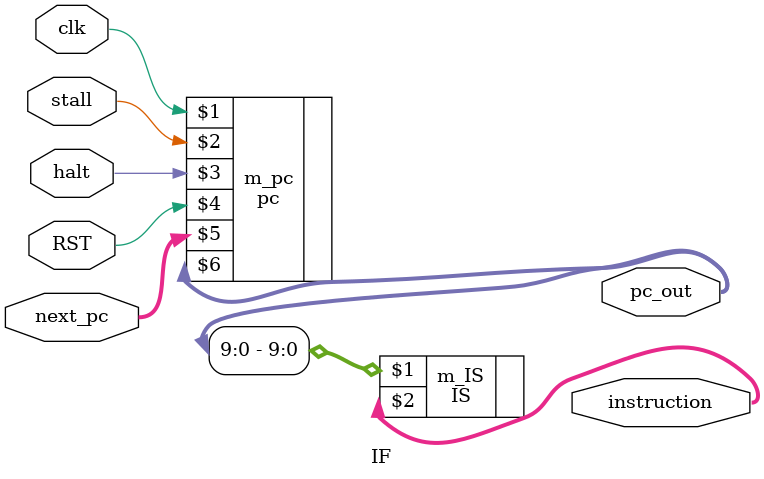
<source format=v>
`timescale 1ns / 1ps

module IF(
    input       clk, RST, stall, halt,
    input       [31:0]  next_pc,
    output        [31:0]  pc_out, instruction
    );
    pc m_pc(clk, stall, halt,RST,next_pc,
            pc_out);
    IS m_IS(pc_out[9:0],
            instruction);
endmodule

</source>
